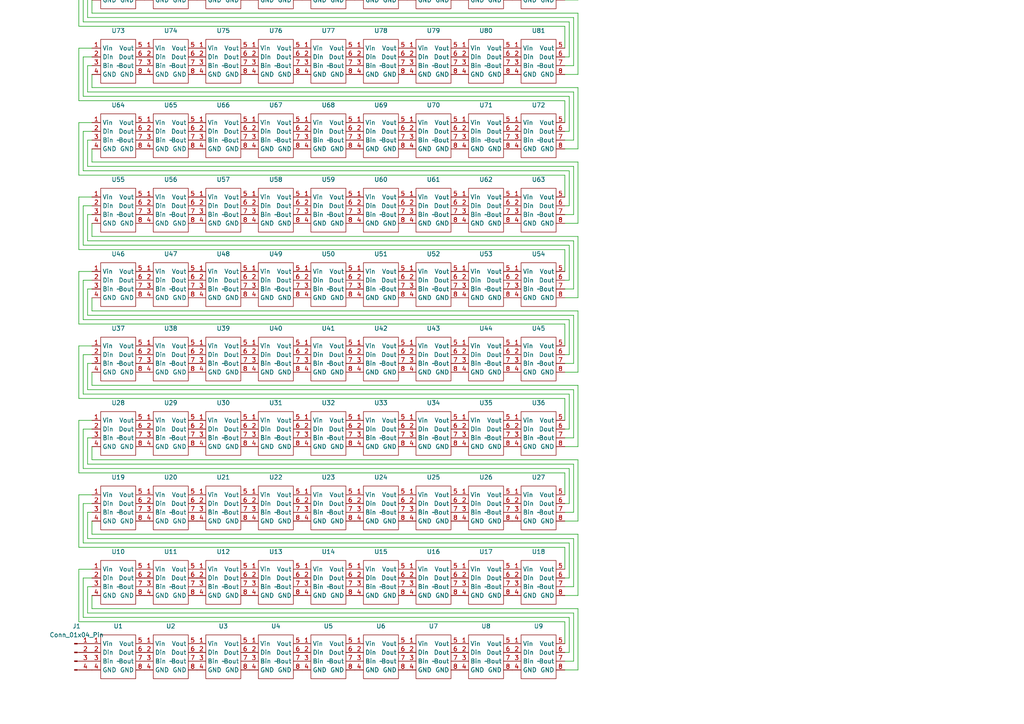
<source format=kicad_sch>
(kicad_sch (version 20230121) (generator eeschema)
  (paper "A4")
  (lib_symbols
    (symbol "Connector:Conn_01x04_Pin" (pin_names (offset 1.016) hide)
      (property "Reference" "J" (at 0 5.08 0))
      (property "Value" "Conn_01x04_Pin" (at 0 -7.62 0))
      (symbol "Conn_01x04_Pin_1_1"
        (polyline (pts (xy 1.27 -5.08) (xy 0.8636 -5.08)) (stroke (width 0.1524)))
        (polyline (pts (xy 1.27 -2.54) (xy 0.8636 -2.54)) (stroke (width 0.1524)))
        (polyline (pts (xy 1.27 0) (xy 0.8636 0)) (stroke (width 0.1524)))
        (polyline (pts (xy 1.27 2.54) (xy 0.8636 2.54)) (stroke (width 0.1524)))
        (rectangle (start 0.8636 -4.953) (end 0 -5.207) (stroke (width 0.1524)) (fill (type outline)))
        (rectangle (start 0.8636 -2.413) (end 0 -2.667) (stroke (width 0.1524)) (fill (type outline)))
        (rectangle (start 0.8636 0.127) (end 0 -0.127) (stroke (width 0.1524)) (fill (type outline)))
        (rectangle (start 0.8636 2.667) (end 0 2.413) (stroke (width 0.1524)) (fill (type outline)))
        (pin passive line (at 5.08 2.54 180) (length 3.81) (name "Pin_1") (number "1"))
        (pin passive line (at 5.08 0 180) (length 3.81) (name "Pin_2") (number "2"))
        (pin passive line (at 5.08 -2.54 180) (length 3.81) (name "Pin_3") (number "3"))
        (pin passive line (at 5.08 -5.08 180) (length 3.81) (name "Pin_4") (number "4"))
      )
    )
    (symbol "WS2185:WS2185"
      (property "Reference" "U" (at 0 7.62 0))
      (symbol "WS2185_0_1"
        (rectangle (start -5.08 6.35) (end 5.08 -6.35))
      )
      (symbol "WS2185_1_1"
        (pin passive line (at -7.62 3.81 0) (length 2.54) (name "Vin") (number "1"))
        (pin passive line (at -7.62 1.27 0) (length 2.54) (name "Din") (number "2"))
        (pin passive line (at -7.62 -1.27 0) (length 2.54) (name "Bin") (number "3"))
        (pin passive line (at -7.62 -3.81 0) (length 2.54) (name "GND") (number "4"))
        (pin passive line (at 7.62 3.81 180) (length 2.54) (name "Vout") (number "5"))
        (pin passive line (at 7.62 1.27 180) (length 2.54) (name "Dout") (number "6"))
        (pin passive line (at 7.62 -1.27 180) (length 2.54) (name "Bout") (number "7"))
        (pin passive line (at 7.62 -3.81 180) (length 2.54) (name "GND") (number "8"))
      )
    )
  )
  (wire (pts (xy 22.86 100.33) (xy 26.67 100.33)))
  (wire (pts (xy 22.86 -72.39) (xy 26.67 -72.39)))
  (wire (pts (xy 26.67 -60.96) (xy 26.67 -64.77)))
  (wire (pts (xy 165.1 92.71) (xy 24.13 92.71)))
  (wire (pts (xy 165.1 6.35) (xy 24.13 6.35)))
  (wire (pts (xy 163.83 170.18) (xy 166.37 170.18)))
  (wire (pts (xy 167.64 -17.78) (xy 26.67 -17.78)))
  (wire (pts (xy 163.83 -57.15) (xy 22.86 -57.15)))
  (wire (pts (xy 163.83 129.54) (xy 167.64 129.54)))
  (wire (pts (xy 163.83 -2.54) (xy 166.37 -2.54)))
  (wire (pts (xy 25.4 -124.46) (xy 25.4 -132.08)))
  (wire (pts (xy 163.83 50.8) (xy 22.86 50.8)))
  (wire (pts (xy 165.1 114.3) (xy 24.13 114.3)))
  (wire (pts (xy 165.1 -5.08) (xy 165.1 -15.24)))
  (wire (pts (xy 166.37 -124.46) (xy 25.4 -124.46)))
  (wire (pts (xy 24.13 59.69) (xy 26.67 59.69)))
  (wire (pts (xy 163.83 -50.8) (xy 163.83 -57.15)))
  (wire (pts (xy 24.13 49.53) (xy 24.13 38.1)))
  (wire (pts (xy 167.64 -39.37) (xy 26.67 -39.37)))
  (wire (pts (xy 163.83 191.77) (xy 166.37 191.77)))
  (wire (pts (xy 166.37 91.44) (xy 25.4 91.44)))
  (wire (pts (xy 163.83 -43.18) (xy 167.64 -43.18)))
  (wire (pts (xy 163.83 43.18) (xy 167.64 43.18)))
  (wire (pts (xy 22.86 -93.98) (xy 26.67 -93.98)))
  (wire (pts (xy 166.37 19.05) (xy 166.37 5.08)))
  (wire (pts (xy 25.4 26.67) (xy 25.4 19.05)))
  (wire (pts (xy 25.4 -132.08) (xy 26.67 -132.08)))
  (wire (pts (xy 165.1 179.07) (xy 24.13 179.07)))
  (wire (pts (xy 24.13 114.3) (xy 24.13 102.87)))
  (wire (pts (xy 163.83 -45.72) (xy 166.37 -45.72)))
  (wire (pts (xy 26.67 133.35) (xy 26.67 129.54)))
  (wire (pts (xy 25.4 105.41) (xy 26.67 105.41)))
  (wire (pts (xy 167.64 129.54) (xy 167.64 111.76)))
  (wire (pts (xy 166.37 -59.69) (xy 25.4 -59.69)))
  (wire (pts (xy 25.4 -67.31) (xy 26.67 -67.31)))
  (wire (pts (xy 165.1 27.94) (xy 24.13 27.94)))
  (wire (pts (xy 25.4 -38.1) (xy 25.4 -45.72)))
  (wire (pts (xy 166.37 62.23) (xy 166.37 48.26)))
  (wire (pts (xy 167.64 176.53) (xy 26.67 176.53)))
  (wire (pts (xy 165.1 146.05) (xy 165.1 135.89)))
  (wire (pts (xy 24.13 -134.62) (xy 26.67 -134.62)))
  (wire (pts (xy 163.83 -64.77) (xy 167.64 -64.77)))
  (wire (pts (xy 167.64 154.94) (xy 26.67 154.94)))
  (wire (pts (xy 167.64 25.4) (xy 26.67 25.4)))
  (wire (pts (xy 163.83 -29.21) (xy 163.83 -35.56)))
  (wire (pts (xy 165.1 16.51) (xy 165.1 6.35)))
  (wire (pts (xy 166.37 113.03) (xy 25.4 113.03)))
  (wire (pts (xy 167.64 -107.95) (xy 167.64 -125.73)))
  (wire (pts (xy 167.64 151.13) (xy 167.64 133.35)))
  (wire (pts (xy 163.83 -86.36) (xy 167.64 -86.36)))
  (wire (pts (xy 22.86 180.34) (xy 22.86 165.1)))
  (wire (pts (xy 22.86 -29.21) (xy 26.67 -29.21)))
  (wire (pts (xy 167.64 90.17) (xy 26.67 90.17)))
  (wire (pts (xy 165.1 189.23) (xy 165.1 179.07)))
  (wire (pts (xy 24.13 -48.26) (xy 26.67 -48.26)))
  (wire (pts (xy 163.83 -88.9) (xy 166.37 -88.9)))
  (wire (pts (xy 166.37 134.62) (xy 25.4 134.62)))
  (wire (pts (xy 22.86 -115.57) (xy 26.67 -115.57)))
  (wire (pts (xy 25.4 91.44) (xy 25.4 83.82)))
  (wire (pts (xy 165.1 157.48) (xy 24.13 157.48)))
  (wire (pts (xy 24.13 -26.67) (xy 26.67 -26.67)))
  (wire (pts (xy 163.83 -121.92) (xy 22.86 -121.92)))
  (wire (pts (xy 165.1 -36.83) (xy 24.13 -36.83)))
  (wire (pts (xy 165.1 102.87) (xy 165.1 92.71)))
  (wire (pts (xy 22.86 -78.74) (xy 22.86 -93.98)))
  (wire (pts (xy 163.83 -93.98) (xy 163.83 -100.33)))
  (wire (pts (xy 26.67 -17.78) (xy 26.67 -21.59)))
  (wire (pts (xy 24.13 -101.6) (xy 24.13 -113.03)))
  (wire (pts (xy 24.13 81.28) (xy 26.67 81.28)))
  (wire (pts (xy 25.4 -24.13) (xy 26.67 -24.13)))
  (wire (pts (xy 163.83 -100.33) (xy 22.86 -100.33)))
  (wire (pts (xy 165.1 124.46) (xy 165.1 114.3)))
  (wire (pts (xy 25.4 170.18) (xy 26.67 170.18)))
  (wire (pts (xy 166.37 5.08) (xy 25.4 5.08)))
  (wire (pts (xy 163.83 -48.26) (xy 165.1 -48.26)))
  (wire (pts (xy 163.83 105.41) (xy 166.37 105.41)))
  (wire (pts (xy 25.4 40.64) (xy 26.67 40.64)))
  (wire (pts (xy 163.83 -5.08) (xy 165.1 -5.08)))
  (wire (pts (xy 163.83 121.92) (xy 163.83 115.57)))
  (wire (pts (xy 163.83 19.05) (xy 166.37 19.05)))
  (wire (pts (xy 167.64 64.77) (xy 167.64 46.99)))
  (wire (pts (xy 165.1 59.69) (xy 165.1 49.53)))
  (wire (pts (xy 163.83 127) (xy 166.37 127)))
  (wire (pts (xy 165.1 -113.03) (xy 165.1 -123.19)))
  (wire (pts (xy 167.64 -82.55) (xy 26.67 -82.55)))
  (wire (pts (xy 166.37 -102.87) (xy 25.4 -102.87)))
  (wire (pts (xy 163.83 143.51) (xy 163.83 137.16)))
  (wire (pts (xy 167.64 -43.18) (xy 167.64 -60.96)))
  (wire (pts (xy 167.64 -86.36) (xy 167.64 -104.14)))
  (wire (pts (xy 166.37 105.41) (xy 166.37 91.44)))
  (wire (pts (xy 163.83 40.64) (xy 166.37 40.64)))
  (wire (pts (xy 163.83 -24.13) (xy 166.37 -24.13)))
  (wire (pts (xy 165.1 -91.44) (xy 165.1 -101.6)))
  (wire (pts (xy 163.83 167.64) (xy 165.1 167.64)))
  (wire (pts (xy 166.37 69.85) (xy 25.4 69.85)))
  (wire (pts (xy 167.64 3.81) (xy 26.67 3.81)))
  (wire (pts (xy 25.4 62.23) (xy 26.67 62.23)))
  (wire (pts (xy 26.67 -104.14) (xy 26.67 -107.95)))
  (wire (pts (xy 163.83 83.82) (xy 166.37 83.82)))
  (wire (pts (xy 22.86 115.57) (xy 22.86 100.33)))
  (wire (pts (xy 165.1 -69.85) (xy 165.1 -80.01)))
  (wire (pts (xy 163.83 -26.67) (xy 165.1 -26.67)))
  (wire (pts (xy 25.4 113.03) (xy 25.4 105.41)))
  (wire (pts (xy 166.37 -67.31) (xy 166.37 -81.28)))
  (wire (pts (xy 165.1 135.89) (xy 24.13 135.89)))
  (wire (pts (xy 24.13 179.07) (xy 24.13 167.64)))
  (wire (pts (xy 26.67 -39.37) (xy 26.67 -43.18)))
  (wire (pts (xy 25.4 69.85) (xy 25.4 62.23)))
  (wire (pts (xy 22.86 -7.62) (xy 26.67 -7.62)))
  (wire (pts (xy 26.67 176.53) (xy 26.67 172.72)))
  (wire (pts (xy 163.83 158.75) (xy 22.86 158.75)))
  (wire (pts (xy 165.1 38.1) (xy 165.1 27.94)))
  (wire (pts (xy 26.67 68.58) (xy 26.67 64.77)))
  (wire (pts (xy 22.86 158.75) (xy 22.86 143.51)))
  (wire (pts (xy 163.83 189.23) (xy 165.1 189.23)))
  (wire (pts (xy 24.13 -36.83) (xy 24.13 -48.26)))
  (wire (pts (xy 22.86 57.15) (xy 26.67 57.15)))
  (wire (pts (xy 24.13 135.89) (xy 24.13 124.46)))
  (wire (pts (xy 22.86 137.16) (xy 22.86 121.92)))
  (wire (pts (xy 24.13 102.87) (xy 26.67 102.87)))
  (wire (pts (xy 25.4 48.26) (xy 25.4 40.64)))
  (wire (pts (xy 163.83 -115.57) (xy 163.83 -121.92)))
  (wire (pts (xy 165.1 -26.67) (xy 165.1 -36.83)))
  (wire (pts (xy 163.83 21.59) (xy 167.64 21.59)))
  (wire (pts (xy 25.4 -88.9) (xy 26.67 -88.9)))
  (wire (pts (xy 163.83 62.23) (xy 166.37 62.23)))
  (wire (pts (xy 24.13 124.46) (xy 26.67 124.46)))
  (wire (pts (xy 167.64 46.99) (xy 26.67 46.99)))
  (wire (pts (xy 166.37 191.77) (xy 166.37 177.8)))
  (wire (pts (xy 163.83 78.74) (xy 163.83 72.39)))
  (wire (pts (xy 22.86 -50.8) (xy 26.67 -50.8)))
  (wire (pts (xy 163.83 -72.39) (xy 163.83 -78.74)))
  (wire (pts (xy 24.13 16.51) (xy 26.67 16.51)))
  (wire (pts (xy 163.83 81.28) (xy 165.1 81.28)))
  (wire (pts (xy 25.4 5.08) (xy 25.4 -2.54)))
  (wire (pts (xy 166.37 177.8) (xy 25.4 177.8)))
  (wire (pts (xy 163.83 107.95) (xy 167.64 107.95)))
  (wire (pts (xy 22.86 29.21) (xy 22.86 13.97)))
  (wire (pts (xy 167.64 43.18) (xy 167.64 25.4)))
  (wire (pts (xy 25.4 134.62) (xy 25.4 127)))
  (wire (pts (xy 22.86 -121.92) (xy 22.86 -137.16)))
  (wire (pts (xy 22.86 72.39) (xy 22.86 57.15)))
  (wire (pts (xy 25.4 156.21) (xy 25.4 148.59)))
  (wire (pts (xy 26.67 154.94) (xy 26.67 151.13)))
  (wire (pts (xy 165.1 71.12) (xy 24.13 71.12)))
  (wire (pts (xy 167.64 86.36) (xy 167.64 68.58)))
  (wire (pts (xy 163.83 72.39) (xy 22.86 72.39)))
  (wire (pts (xy 166.37 156.21) (xy 25.4 156.21)))
  (wire (pts (xy 25.4 127) (xy 26.67 127)))
  (wire (pts (xy 25.4 -45.72) (xy 26.67 -45.72)))
  (wire (pts (xy 24.13 -80.01) (xy 24.13 -91.44)))
  (wire (pts (xy 163.83 102.87) (xy 165.1 102.87)))
  (wire (pts (xy 163.83 186.69) (xy 163.83 180.34)))
  (wire (pts (xy 163.83 16.51) (xy 165.1 16.51)))
  (wire (pts (xy 26.67 90.17) (xy 26.67 86.36)))
  (wire (pts (xy 167.64 -64.77) (xy 167.64 -82.55)))
  (wire (pts (xy 24.13 -5.08) (xy 26.67 -5.08)))
  (wire (pts (xy 166.37 170.18) (xy 166.37 156.21)))
  (wire (pts (xy 166.37 -38.1) (xy 25.4 -38.1)))
  (wire (pts (xy 163.83 -35.56) (xy 22.86 -35.56)))
  (wire (pts (xy 166.37 40.64) (xy 166.37 26.67)))
  (wire (pts (xy 24.13 -113.03) (xy 26.67 -113.03)))
  (wire (pts (xy 24.13 157.48) (xy 24.13 146.05)))
  (wire (pts (xy 167.64 -21.59) (xy 167.64 -39.37)))
  (wire (pts (xy 166.37 -81.28) (xy 25.4 -81.28)))
  (wire (pts (xy 163.83 35.56) (xy 163.83 29.21)))
  (wire (pts (xy 22.86 7.62) (xy 22.86 -7.62)))
  (wire (pts (xy 163.83 93.98) (xy 22.86 93.98)))
  (wire (pts (xy 165.1 -58.42) (xy 24.13 -58.42)))
  (wire (pts (xy 25.4 83.82) (xy 26.67 83.82)))
  (wire (pts (xy 163.83 180.34) (xy 22.86 180.34)))
  (wire (pts (xy 167.64 21.59) (xy 167.64 3.81)))
  (wire (pts (xy 166.37 48.26) (xy 25.4 48.26)))
  (wire (pts (xy 163.83 137.16) (xy 22.86 137.16)))
  (wire (pts (xy 24.13 38.1) (xy 26.67 38.1)))
  (wire (pts (xy 165.1 -15.24) (xy 24.13 -15.24)))
  (wire (pts (xy 25.4 -59.69) (xy 25.4 -67.31)))
  (wire (pts (xy 163.83 -78.74) (xy 22.86 -78.74)))
  (wire (pts (xy 165.1 49.53) (xy 24.13 49.53)))
  (wire (pts (xy 163.83 124.46) (xy 165.1 124.46)))
  (wire (pts (xy 26.67 46.99) (xy 26.67 43.18)))
  (wire (pts (xy 22.86 -35.56) (xy 22.86 -50.8)))
  (wire (pts (xy 22.86 35.56) (xy 26.67 35.56)))
  (wire (pts (xy 163.83 194.31) (xy 167.64 194.31)))
  (wire (pts (xy 167.64 -60.96) (xy 26.67 -60.96)))
  (wire (pts (xy 22.86 50.8) (xy 22.86 35.56)))
  (wire (pts (xy 163.83 59.69) (xy 165.1 59.69)))
  (wire (pts (xy 166.37 26.67) (xy 25.4 26.67)))
  (wire (pts (xy 167.64 0) (xy 167.64 -17.78)))
  (wire (pts (xy 165.1 -123.19) (xy 24.13 -123.19)))
  (wire (pts (xy 167.64 -104.14) (xy 26.67 -104.14)))
  (wire (pts (xy 25.4 148.59) (xy 26.67 148.59)))
  (wire (pts (xy 24.13 167.64) (xy 26.67 167.64)))
  (wire (pts (xy 163.83 -21.59) (xy 167.64 -21.59)))
  (wire (pts (xy 24.13 -58.42) (xy 24.13 -69.85)))
  (wire (pts (xy 22.86 143.51) (xy 26.67 143.51)))
  (wire (pts (xy 163.83 148.59) (xy 166.37 148.59)))
  (wire (pts (xy 25.4 177.8) (xy 25.4 170.18)))
  (wire (pts (xy 22.86 -137.16) (xy 26.67 -137.16)))
  (wire (pts (xy 165.1 -101.6) (xy 24.13 -101.6)))
  (wire (pts (xy 167.64 68.58) (xy 26.67 68.58)))
  (wire (pts (xy 163.83 165.1) (xy 163.83 158.75)))
  (wire (pts (xy 166.37 -88.9) (xy 166.37 -102.87)))
  (wire (pts (xy 22.86 -57.15) (xy 22.86 -72.39)))
  (wire (pts (xy 166.37 127) (xy 166.37 113.03)))
  (wire (pts (xy 163.83 100.33) (xy 163.83 93.98)))
  (wire (pts (xy 163.83 38.1) (xy 165.1 38.1)))
  (wire (pts (xy 167.64 133.35) (xy 26.67 133.35)))
  (wire (pts (xy 22.86 13.97) (xy 26.67 13.97)))
  (wire (pts (xy 22.86 121.92) (xy 26.67 121.92)))
  (wire (pts (xy 163.83 13.97) (xy 163.83 7.62)))
  (wire (pts (xy 167.64 -125.73) (xy 26.67 -125.73)))
  (wire (pts (xy 25.4 -102.87) (xy 25.4 -110.49)))
  (wire (pts (xy 24.13 -91.44) (xy 26.67 -91.44)))
  (wire (pts (xy 167.64 194.31) (xy 167.64 176.53)))
  (wire (pts (xy 22.86 -100.33) (xy 22.86 -115.57)))
  (wire (pts (xy 163.83 146.05) (xy 165.1 146.05)))
  (wire (pts (xy 26.67 -82.55) (xy 26.67 -86.36)))
  (wire (pts (xy 26.67 3.81) (xy 26.67 0)))
  (wire (pts (xy 163.83 -107.95) (xy 167.64 -107.95)))
  (wire (pts (xy 166.37 -110.49) (xy 166.37 -124.46)))
  (wire (pts (xy 163.83 -110.49) (xy 166.37 -110.49)))
  (wire (pts (xy 26.67 -125.73) (xy 26.67 -129.54)))
  (wire (pts (xy 167.64 107.95) (xy 167.64 90.17)))
  (wire (pts (xy 163.83 -67.31) (xy 166.37 -67.31)))
  (wire (pts (xy 165.1 -48.26) (xy 165.1 -58.42)))
  (wire (pts (xy 163.83 -7.62) (xy 163.83 -13.97)))
  (wire (pts (xy 163.83 -91.44) (xy 165.1 -91.44)))
  (wire (pts (xy 167.64 172.72) (xy 167.64 154.94)))
  (wire (pts (xy 165.1 -80.01) (xy 24.13 -80.01)))
  (wire (pts (xy 25.4 -16.51) (xy 25.4 -24.13)))
  (wire (pts (xy 166.37 -45.72) (xy 166.37 -59.69)))
  (wire (pts (xy 165.1 167.64) (xy 165.1 157.48)))
  (wire (pts (xy 25.4 -81.28) (xy 25.4 -88.9)))
  (wire (pts (xy 25.4 19.05) (xy 26.67 19.05)))
  (wire (pts (xy 163.83 172.72) (xy 167.64 172.72)))
  (wire (pts (xy 25.4 -110.49) (xy 26.67 -110.49)))
  (wire (pts (xy 163.83 151.13) (xy 167.64 151.13)))
  (wire (pts (xy 22.86 165.1) (xy 26.67 165.1)))
  (wire (pts (xy 24.13 6.35) (xy 24.13 -5.08)))
  (wire (pts (xy 166.37 -24.13) (xy 166.37 -38.1)))
  (wire (pts (xy 22.86 78.74) (xy 26.67 78.74)))
  (wire (pts (xy 163.83 -13.97) (xy 22.86 -13.97)))
  (wire (pts (xy 163.83 29.21) (xy 22.86 29.21)))
  (wire (pts (xy 24.13 92.71) (xy 24.13 81.28)))
  (wire (pts (xy 166.37 -2.54) (xy 166.37 -16.51)))
  (wire (pts (xy 24.13 -69.85) (xy 26.67 -69.85)))
  (wire (pts (xy 24.13 -123.19) (xy 24.13 -134.62)))
  (wire (pts (xy 166.37 148.59) (xy 166.37 134.62)))
  (wire (pts (xy 22.86 -13.97) (xy 22.86 -29.21)))
  (wire (pts (xy 25.4 -2.54) (xy 26.67 -2.54)))
  (wire (pts (xy 165.1 81.28) (xy 165.1 71.12)))
  (wire (pts (xy 166.37 83.82) (xy 166.37 69.85)))
  (wire (pts (xy 163.83 86.36) (xy 167.64 86.36)))
  (wire (pts (xy 163.83 115.57) (xy 22.86 115.57)))
  (wire (pts (xy 163.83 57.15) (xy 163.83 50.8)))
  (wire (pts (xy 167.64 111.76) (xy 26.67 111.76)))
  (wire (pts (xy 163.83 64.77) (xy 167.64 64.77)))
  (wire (pts (xy 163.83 7.62) (xy 22.86 7.62)))
  (wire (pts (xy 24.13 -15.24) (xy 24.13 -26.67)))
  (wire (pts (xy 24.13 71.12) (xy 24.13 59.69)))
  (wire (pts (xy 24.13 146.05) (xy 26.67 146.05)))
  (wire (pts (xy 26.67 111.76) (xy 26.67 107.95)))
  (wire (pts (xy 24.13 27.94) (xy 24.13 16.51)))
  (wire (pts (xy 166.37 -16.51) (xy 25.4 -16.51)))
  (wire (pts (xy 163.83 -69.85) (xy 165.1 -69.85)))
  (wire (pts (xy 163.83 0) (xy 167.64 0)))
  (wire (pts (xy 163.83 -113.03) (xy 165.1 -113.03)))
  (wire (pts (xy 26.67 25.4) (xy 26.67 21.59)))
  (wire (pts (xy 22.86 93.98) (xy 22.86 78.74)))
  (symbol (lib_id "WS2185:WS2185") (at 64.77 104.14 0) (unit 1)
    (property "Reference" "U39" (at 64.77 95.25 0))
    (property "Value" "~" (at 64.77 105.41 0))
    (property "Footprint" "Arduino:WS2185" (effects hide))
  )
  (symbol (lib_id "WS2185:WS2185") (at 64.77 168.91 0) (unit 1)
    (property "Reference" "U12" (at 64.77 160.02 0))
    (property "Value" "~" (at 64.77 170.18 0))
    (property "Footprint" "Arduino:WS2185" (effects hide))
  )
  (symbol (lib_id "WS2185:WS2185") (at 49.53 -90.17 0) (unit 1)
    (property "Reference" "U119" (at 49.53 -99.06 0))
    (property "Value" "~" (at 49.53 -88.9 0))
    (property "Footprint" "Arduino:WS2185" (effects hide))
  )
  (symbol (lib_id "WS2185:WS2185") (at 34.29 -133.35 0) (unit 1)
    (property "Reference" "U136" (at 34.29 -142.24 0))
    (property "Value" "~" (at 34.29 -132.08 0))
    (property "Footprint" "Arduino:WS2185" (effects hide))
  )
  (symbol (lib_id "WS2185:WS2185") (at 64.77 -111.76 0) (unit 1)
    (property "Reference" "U129" (at 64.77 -120.65 0))
    (property "Value" "~" (at 64.77 -110.49 0))
    (property "Footprint" "Arduino:WS2185" (effects hide))
  )
  (symbol (lib_id "WS2185:WS2185") (at 156.21 -68.58 0) (unit 1)
    (property "Reference" "U117" (at 156.21 -77.47 0))
    (property "Value" "~" (at 156.21 -67.31 0))
    (property "Footprint" "Arduino:WS2185" (effects hide))
  )
  (symbol (lib_id "WS2185:WS2185") (at 34.29 104.14 0) (unit 1)
    (property "Reference" "U37" (at 34.29 95.25 0))
    (property "Value" "~" (at 34.29 105.41 0))
    (property "Footprint" "Arduino:WS2185" (effects hide))
  )
  (symbol (lib_id "WS2185:WS2185") (at 140.97 -111.76 0) (unit 1)
    (property "Reference" "U134" (at 140.97 -120.65 0))
    (property "Value" "~" (at 140.97 -110.49 0))
    (property "Footprint" "Arduino:WS2185" (effects hide))
  )
  (symbol (lib_id "WS2185:WS2185") (at 125.73 82.55 0) (unit 1)
    (property "Reference" "U52" (at 125.73 73.66 0))
    (property "Value" "~" (at 125.73 83.82 0))
    (property "Footprint" "Arduino:WS2185" (effects hide))
  )
  (symbol (lib_id "WS2185:WS2185") (at 64.77 17.78 0) (unit 1)
    (property "Reference" "U75" (at 64.77 8.89 0))
    (property "Value" "~" (at 64.77 19.05 0))
    (property "Footprint" "Arduino:WS2185" (effects hide))
  )
  (symbol (lib_id "WS2185:WS2185") (at 64.77 39.37 0) (unit 1)
    (property "Reference" "U66" (at 64.77 30.48 0))
    (property "Value" "~" (at 64.77 40.64 0))
    (property "Footprint" "Arduino:WS2185" (effects hide))
  )
  (symbol (lib_id "WS2185:WS2185") (at 125.73 39.37 0) (unit 1)
    (property "Reference" "U70" (at 125.73 30.48 0))
    (property "Value" "~" (at 125.73 40.64 0))
    (property "Footprint" "Arduino:WS2185" (effects hide))
  )
  (symbol (lib_id "WS2185:WS2185") (at 156.21 168.91 0) (unit 1)
    (property "Reference" "U18" (at 156.21 160.02 0))
    (property "Value" "~" (at 156.21 170.18 0))
    (property "Footprint" "Arduino:WS2185" (effects hide))
  )
  (symbol (lib_id "WS2185:WS2185") (at 110.49 -3.81 0) (unit 1)
    (property "Reference" "U87" (at 110.49 -12.7 0))
    (property "Value" "~" (at 110.49 -2.54 0))
    (property "Footprint" "Arduino:WS2185" (effects hide))
  )
  (symbol (lib_id "WS2185:WS2185") (at 80.01 -90.17 0) (unit 1)
    (property "Reference" "U121" (at 80.01 -99.06 0))
    (property "Value" "~" (at 80.01 -88.9 0))
    (property "Footprint" "Arduino:WS2185" (effects hide))
  )
  (symbol (lib_id "WS2185:WS2185") (at 95.25 190.5 0) (unit 1)
    (property "Reference" "U5" (at 95.25 181.61 0))
    (property "Value" "~" (at 95.25 191.77 0))
    (property "Footprint" "Arduino:WS2185" (effects hide))
  )
  (symbol (lib_id "WS2185:WS2185") (at 34.29 -25.4 0) (unit 1)
    (property "Reference" "U91" (at 34.29 -34.29 0))
    (property "Value" "~" (at 34.29 -24.13 0))
    (property "Footprint" "Arduino:WS2185" (effects hide))
  )
  (symbol (lib_id "WS2185:WS2185") (at 80.01 -111.76 0) (unit 1)
    (property "Reference" "U130" (at 80.01 -120.65 0))
    (property "Value" "~" (at 80.01 -110.49 0))
    (property "Footprint" "Arduino:WS2185" (effects hide))
  )
  (symbol (lib_id "WS2185:WS2185") (at 125.73 -111.76 0) (unit 1)
    (property "Reference" "U133" (at 125.73 -120.65 0))
    (property "Value" "~" (at 125.73 -110.49 0))
    (property "Footprint" "Arduino:WS2185" (effects hide))
  )
  (symbol (lib_id "WS2185:WS2185") (at 34.29 -3.81 0) (unit 1)
    (property "Reference" "U82" (at 34.29 -12.7 0))
    (property "Value" "~" (at 34.29 -2.54 0))
    (property "Footprint" "Arduino:WS2185" (effects hide))
  )
  (symbol (lib_id "WS2185:WS2185") (at 140.97 60.96 0) (unit 1)
    (property "Reference" "U62" (at 140.97 52.07 0))
    (property "Value" "~" (at 140.97 62.23 0))
    (property "Footprint" "Arduino:WS2185" (effects hide))
  )
  (symbol (lib_id "WS2185:WS2185") (at 110.49 -25.4 0) (unit 1)
    (property "Reference" "U96" (at 110.49 -34.29 0))
    (property "Value" "~" (at 110.49 -24.13 0))
    (property "Footprint" "Arduino:WS2185" (effects hide))
  )
  (symbol (lib_id "WS2185:WS2185") (at 64.77 60.96 0) (unit 1)
    (property "Reference" "U57" (at 64.77 52.07 0))
    (property "Value" "~" (at 64.77 62.23 0))
    (property "Footprint" "Arduino:WS2185" (effects hide))
  )
  (symbol (lib_id "WS2185:WS2185") (at 34.29 -90.17 0) (unit 1)
    (property "Reference" "U118" (at 34.29 -99.06 0))
    (property "Value" "~" (at 34.29 -88.9 0))
    (property "Footprint" "Arduino:WS2185" (effects hide))
  )
  (symbol (lib_id "WS2185:WS2185") (at 110.49 -111.76 0) (unit 1)
    (property "Reference" "U132" (at 110.49 -120.65 0))
    (property "Value" "~" (at 110.49 -110.49 0))
    (property "Footprint" "Arduino:WS2185" (effects hide))
  )
  (symbol (lib_id "WS2185:WS2185") (at 49.53 82.55 0) (unit 1)
    (property "Reference" "U47" (at 49.53 73.66 0))
    (property "Value" "~" (at 49.53 83.82 0))
    (property "Footprint" "Arduino:WS2185" (effects hide))
  )
  (symbol (lib_id "WS2185:WS2185") (at 110.49 125.73 0) (unit 1)
    (property "Reference" "U33" (at 110.49 116.84 0))
    (property "Value" "~" (at 110.49 127 0))
    (property "Footprint" "Arduino:WS2185" (effects hide))
  )
  (symbol (lib_id "WS2185:WS2185") (at 64.77 -68.58 0) (unit 1)
    (property "Reference" "U111" (at 64.77 -77.47 0))
    (property "Value" "~" (at 64.77 -67.31 0))
    (property "Footprint" "Arduino:WS2185" (effects hide))
  )
  (symbol (lib_id "WS2185:WS2185") (at 156.21 -133.35 0) (unit 1)
    (property "Reference" "U144" (at 156.21 -142.24 0))
    (property "Value" "~" (at 156.21 -132.08 0))
    (property "Footprint" "Arduino:WS2185" (effects hide))
  )
  (symbol (lib_id "WS2185:WS2185") (at 64.77 -133.35 0) (unit 1)
    (property "Reference" "U138" (at 64.77 -142.24 0))
    (property "Value" "~" (at 64.77 -132.08 0))
    (property "Footprint" "Arduino:WS2185" (effects hide))
  )
  (symbol (lib_id "WS2185:WS2185") (at 34.29 17.78 0) (unit 1)
    (property "Reference" "U73" (at 34.29 8.89 0))
    (property "Value" "~" (at 34.29 19.05 0))
    (property "Footprint" "Arduino:WS2185" (effects hide))
  )
  (symbol (lib_id "WS2185:WS2185") (at 125.73 168.91 0) (unit 1)
    (property "Reference" "U16" (at 125.73 160.02 0))
    (property "Value" "~" (at 125.73 170.18 0))
    (property "Footprint" "Arduino:WS2185" (effects hide))
  )
  (symbol (lib_id "WS2185:WS2185") (at 140.97 -25.4 0) (unit 1)
    (property "Reference" "U98" (at 140.97 -34.29 0))
    (property "Value" "~" (at 140.97 -24.13 0))
    (property "Footprint" "Arduino:WS2185" (effects hide))
  )
  (symbol (lib_id "WS2185:WS2185") (at 49.53 -68.58 0) (unit 1)
    (property "Reference" "U110" (at 49.53 -77.47 0))
    (property "Value" "~" (at 49.53 -67.31 0))
    (property "Footprint" "Arduino:WS2185" (effects hide))
  )
  (symbol (lib_id "WS2185:WS2185") (at 49.53 -46.99 0) (unit 1)
    (property "Reference" "U101" (at 49.53 -55.88 0))
    (property "Value" "~" (at 49.53 -45.72 0))
    (property "Footprint" "Arduino:WS2185" (effects hide))
  )
  (symbol (lib_id "WS2185:WS2185") (at 34.29 168.91 0) (unit 1)
    (property "Reference" "U10" (at 34.29 160.02 0))
    (property "Value" "~" (at 34.29 170.18 0))
    (property "Footprint" "Arduino:WS2185" (effects hide))
  )
  (symbol (lib_id "WS2185:WS2185") (at 140.97 168.91 0) (unit 1)
    (property "Reference" "U17" (at 140.97 160.02 0))
    (property "Value" "~" (at 140.97 170.18 0))
    (property "Footprint" "Arduino:WS2185" (effects hide))
  )
  (symbol (lib_id "WS2185:WS2185") (at 64.77 82.55 0) (unit 1)
    (property "Reference" "U48" (at 64.77 73.66 0))
    (property "Value" "~" (at 64.77 83.82 0))
    (property "Footprint" "Arduino:WS2185" (effects hide))
  )
  (symbol (lib_id "WS2185:WS2185") (at 95.25 147.32 0) (unit 1)
    (property "Reference" "U23" (at 95.25 138.43 0))
    (property "Value" "~" (at 95.25 148.59 0))
    (property "Footprint" "Arduino:WS2185" (effects hide))
  )
  (symbol (lib_id "WS2185:WS2185") (at 125.73 -90.17 0) (unit 1)
    (property "Reference" "U124" (at 125.73 -99.06 0))
    (property "Value" "~" (at 125.73 -88.9 0))
    (property "Footprint" "Arduino:WS2185" (effects hide))
  )
  (symbol (lib_id "WS2185:WS2185") (at 125.73 147.32 0) (unit 1)
    (property "Reference" "U25" (at 125.73 138.43 0))
    (property "Value" "~" (at 125.73 148.59 0))
    (property "Footprint" "Arduino:WS2185" (effects hide))
  )
  (symbol (lib_id "Connector:Conn_01x04_Pin") (at 21.59 189.23 0) (unit 1)
    (property "Reference" "J1" (at 22.225 181.61 0))
    (property "Value" "Conn_01x04_Pin" (at 22.225 184.15 0))
    (property "Footprint" "Arduino:LED_connector" (effects hide))
  )
  (symbol (lib_id "WS2185:WS2185") (at 110.49 17.78 0) (unit 1)
    (property "Reference" "U78" (at 110.49 8.89 0))
    (property "Value" "~" (at 110.49 19.05 0))
    (property "Footprint" "Arduino:WS2185" (effects hide))
  )
  (symbol (lib_id "WS2185:WS2185") (at 80.01 104.14 0) (unit 1)
    (property "Reference" "U40" (at 80.01 95.25 0))
    (property "Value" "~" (at 80.01 105.41 0))
    (property "Footprint" "Arduino:WS2185" (effects hide))
  )
  (symbol (lib_id "WS2185:WS2185") (at 95.25 82.55 0) (unit 1)
    (property "Reference" "U50" (at 95.25 73.66 0))
    (property "Value" "~" (at 95.25 83.82 0))
    (property "Footprint" "Arduino:WS2185" (effects hide))
  )
  (symbol (lib_id "WS2185:WS2185") (at 34.29 82.55 0) (unit 1)
    (property "Reference" "U46" (at 34.29 73.66 0))
    (property "Value" "~" (at 34.29 83.82 0))
    (property "Footprint" "Arduino:WS2185" (effects hide))
  )
  (symbol (lib_id "WS2185:WS2185") (at 156.21 190.5 0) (unit 1)
    (property "Reference" "U9" (at 156.21 181.61 0))
    (property "Value" "~" (at 156.21 191.77 0))
    (property "Footprint" "Arduino:WS2185" (effects hide))
  )
  (symbol (lib_id "WS2185:WS2185") (at 49.53 168.91 0) (unit 1)
    (property "Reference" "U11" (at 49.53 160.02 0))
    (property "Value" "~" (at 49.53 170.18 0))
    (property "Footprint" "Arduino:WS2185" (effects hide))
  )
  (symbol (lib_id "WS2185:WS2185") (at 34.29 190.5 0) (unit 1)
    (property "Reference" "U1" (at 34.29 181.61 0))
    (property "Value" "~" (at 34.29 191.77 0))
    (property "Footprint" "Arduino:WS2185" (effects hide))
  )
  (symbol (lib_id "WS2185:WS2185") (at 34.29 60.96 0) (unit 1)
    (property "Reference" "U55" (at 34.29 52.07 0))
    (property "Value" "~" (at 34.29 62.23 0))
    (property "Footprint" "Arduino:WS2185" (effects hide))
  )
  (symbol (lib_id "WS2185:WS2185") (at 125.73 104.14 0) (unit 1)
    (property "Reference" "U43" (at 125.73 95.25 0))
    (property "Value" "~" (at 125.73 105.41 0))
    (property "Footprint" "Arduino:WS2185" (effects hide))
  )
  (symbol (lib_id "WS2185:WS2185") (at 110.49 39.37 0) (unit 1)
    (property "Reference" "U69" (at 110.49 30.48 0))
    (property "Value" "~" (at 110.49 40.64 0))
    (property "Footprint" "Arduino:WS2185" (effects hide))
  )
  (symbol (lib_id "WS2185:WS2185") (at 95.25 60.96 0) (unit 1)
    (property "Reference" "U59" (at 95.25 52.07 0))
    (property "Value" "~" (at 95.25 62.23 0))
    (property "Footprint" "Arduino:WS2185" (effects hide))
  )
  (symbol (lib_id "WS2185:WS2185") (at 95.25 125.73 0) (unit 1)
    (property "Reference" "U32" (at 95.25 116.84 0))
    (property "Value" "~" (at 95.25 127 0))
    (property "Footprint" "Arduino:WS2185" (effects hide))
  )
  (symbol (lib_id "WS2185:WS2185") (at 140.97 125.73 0) (unit 1)
    (property "Reference" "U35" (at 140.97 116.84 0))
    (property "Value" "~" (at 140.97 127 0))
    (property "Footprint" "Arduino:WS2185" (effects hide))
  )
  (symbol (lib_id "WS2185:WS2185") (at 34.29 125.73 0) (unit 1)
    (property "Reference" "U28" (at 34.29 116.84 0))
    (property "Value" "~" (at 34.29 127 0))
    (property "Footprint" "Arduino:WS2185" (effects hide))
  )
  (symbol (lib_id "WS2185:WS2185") (at 156.21 82.55 0) (unit 1)
    (property "Reference" "U54" (at 156.21 73.66 0))
    (property "Value" "~" (at 156.21 83.82 0))
    (property "Footprint" "Arduino:WS2185" (effects hide))
  )
  (symbol (lib_id "WS2185:WS2185") (at 140.97 190.5 0) (unit 1)
    (property "Reference" "U8" (at 140.97 181.61 0))
    (property "Value" "~" (at 140.97 191.77 0))
    (property "Footprint" "Arduino:WS2185" (effects hide))
  )
  (symbol (lib_id "WS2185:WS2185") (at 95.25 -68.58 0) (unit 1)
    (property "Reference" "U113" (at 95.25 -77.47 0))
    (property "Value" "~" (at 95.25 -67.31 0))
    (property "Footprint" "Arduino:WS2185" (effects hide))
  )
  (symbol (lib_id "WS2185:WS2185") (at 49.53 -3.81 0) (unit 1)
    (property "Reference" "U83" (at 49.53 -12.7 0))
    (property "Value" "~" (at 49.53 -2.54 0))
    (property "Footprint" "Arduino:WS2185" (effects hide))
  )
  (symbol (lib_id "WS2185:WS2185") (at 80.01 168.91 0) (unit 1)
    (property "Reference" "U13" (at 80.01 160.02 0))
    (property "Value" "~" (at 80.01 170.18 0))
    (property "Footprint" "Arduino:WS2185" (effects hide))
  )
  (symbol (lib_id "WS2185:WS2185") (at 95.25 -133.35 0) (unit 1)
    (property "Reference" "U140" (at 95.25 -142.24 0))
    (property "Value" "~" (at 95.25 -132.08 0))
    (property "Footprint" "Arduino:WS2185" (effects hide))
  )
  (symbol (lib_id "WS2185:WS2185") (at 156.21 39.37 0) (unit 1)
    (property "Reference" "U72" (at 156.21 30.48 0))
    (property "Value" "~" (at 156.21 40.64 0))
    (property "Footprint" "Arduino:WS2185" (effects hide))
  )
  (symbol (lib_id "WS2185:WS2185") (at 156.21 -25.4 0) (unit 1)
    (property "Reference" "U99" (at 156.21 -34.29 0))
    (property "Value" "~" (at 156.21 -24.13 0))
    (property "Footprint" "Arduino:WS2185" (effects hide))
  )
  (symbol (lib_id "WS2185:WS2185") (at 95.25 39.37 0) (unit 1)
    (property "Reference" "U68" (at 95.25 30.48 0))
    (property "Value" "~" (at 95.25 40.64 0))
    (property "Footprint" "Arduino:WS2185" (effects hide))
  )
  (symbol (lib_id "WS2185:WS2185") (at 110.49 147.32 0) (unit 1)
    (property "Reference" "U24" (at 110.49 138.43 0))
    (property "Value" "~" (at 110.49 148.59 0))
    (property "Footprint" "Arduino:WS2185" (effects hide))
  )
  (symbol (lib_id "WS2185:WS2185") (at 49.53 -133.35 0) (unit 1)
    (property "Reference" "U137" (at 49.53 -142.24 0))
    (property "Value" "~" (at 49.53 -132.08 0))
    (property "Footprint" "Arduino:WS2185" (effects hide))
  )
  (symbol (lib_id "WS2185:WS2185") (at 49.53 125.73 0) (unit 1)
    (property "Reference" "U29" (at 49.53 116.84 0))
    (property "Value" "~" (at 49.53 127 0))
    (property "Footprint" "Arduino:WS2185" (effects hide))
  )
  (symbol (lib_id "WS2185:WS2185") (at 80.01 190.5 0) (unit 1)
    (property "Reference" "U4" (at 80.01 181.61 0))
    (property "Value" "~" (at 80.01 191.77 0))
    (property "Footprint" "Arduino:WS2185" (effects hide))
  )
  (symbol (lib_id "WS2185:WS2185") (at 156.21 -46.99 0) (unit 1)
    (property "Reference" "U108" (at 156.21 -55.88 0))
    (property "Value" "~" (at 156.21 -45.72 0))
    (property "Footprint" "Arduino:WS2185" (effects hide))
  )
  (symbol (lib_id "WS2185:WS2185") (at 49.53 104.14 0) (unit 1)
    (property "Reference" "U38" (at 49.53 95.25 0))
    (property "Value" "~" (at 49.53 105.41 0))
    (property "Footprint" "Arduino:WS2185" (effects hide))
  )
  (symbol (lib_id "WS2185:WS2185") (at 64.77 -46.99 0) (unit 1)
    (property "Reference" "U102" (at 64.77 -55.88 0))
    (property "Value" "~" (at 64.77 -45.72 0))
    (property "Footprint" "Arduino:WS2185" (effects hide))
  )
  (symbol (lib_id "WS2185:WS2185") (at 95.25 -111.76 0) (unit 1)
    (property "Reference" "U131" (at 95.25 -120.65 0))
    (property "Value" "~" (at 95.25 -110.49 0))
    (property "Footprint" "Arduino:WS2185" (effects hide))
  )
  (symbol (lib_id "WS2185:WS2185") (at 95.25 -46.99 0) (unit 1)
    (property "Reference" "U104" (at 95.25 -55.88 0))
    (property "Value" "~" (at 95.25 -45.72 0))
    (property "Footprint" "Arduino:WS2185" (effects hide))
  )
  (symbol (lib_id "WS2185:WS2185") (at 49.53 -25.4 0) (unit 1)
    (property "Reference" "U92" (at 49.53 -34.29 0))
    (property "Value" "~" (at 49.53 -24.13 0))
    (property "Footprint" "Arduino:WS2185" (effects hide))
  )
  (symbol (lib_id "WS2185:WS2185") (at 140.97 104.14 0) (unit 1)
    (property "Reference" "U44" (at 140.97 95.25 0))
    (property "Value" "~" (at 140.97 105.41 0))
    (property "Footprint" "Arduino:WS2185" (effects hide))
  )
  (symbol (lib_id "WS2185:WS2185") (at 125.73 17.78 0) (unit 1)
    (property "Reference" "U79" (at 125.73 8.89 0))
    (property "Value" "~" (at 125.73 19.05 0))
    (property "Footprint" "Arduino:WS2185" (effects hide))
  )
  (symbol (lib_id "WS2185:WS2185") (at 125.73 125.73 0) (unit 1)
    (property "Reference" "U34" (at 125.73 116.84 0))
    (property "Value" "~" (at 125.73 127 0))
    (property "Footprint" "Arduino:WS2185" (effects hide))
  )
  (symbol (lib_id "WS2185:WS2185") (at 140.97 -90.17 0) (unit 1)
    (property "Reference" "U125" (at 140.97 -99.06 0))
    (property "Value" "~" (at 140.97 -88.9 0))
    (property "Footprint" "Arduino:WS2185" (effects hide))
  )
  (symbol (lib_id "WS2185:WS2185") (at 110.49 -68.58 0) (unit 1)
    (property "Reference" "U114" (at 110.49 -77.47 0))
    (property "Value" "~" (at 110.49 -67.31 0))
    (property "Footprint" "Arduino:WS2185" (effects hide))
  )
  (symbol (lib_id "WS2185:WS2185") (at 95.25 -3.81 0) (unit 1)
    (property "Reference" "U86" (at 95.25 -12.7 0))
    (property "Value" "~" (at 95.25 -2.54 0))
    (property "Footprint" "Arduino:WS2185" (effects hide))
  )
  (symbol (lib_id "WS2185:WS2185") (at 80.01 -133.35 0) (unit 1)
    (property "Reference" "U139" (at 80.01 -142.24 0))
    (property "Value" "~" (at 80.01 -132.08 0))
    (property "Footprint" "Arduino:WS2185" (effects hide))
  )
  (symbol (lib_id "WS2185:WS2185") (at 140.97 -133.35 0) (unit 1)
    (property "Reference" "U143" (at 140.97 -142.24 0))
    (property "Value" "~" (at 140.97 -132.08 0))
    (property "Footprint" "Arduino:WS2185" (effects hide))
  )
  (symbol (lib_id "WS2185:WS2185") (at 140.97 17.78 0) (unit 1)
    (property "Reference" "U80" (at 140.97 8.89 0))
    (property "Value" "~" (at 140.97 19.05 0))
    (property "Footprint" "Arduino:WS2185" (effects hide))
  )
  (symbol (lib_id "WS2185:WS2185") (at 95.25 104.14 0) (unit 1)
    (property "Reference" "U41" (at 95.25 95.25 0))
    (property "Value" "~" (at 95.25 105.41 0))
    (property "Footprint" "Arduino:WS2185" (effects hide))
  )
  (symbol (lib_id "WS2185:WS2185") (at 156.21 104.14 0) (unit 1)
    (property "Reference" "U45" (at 156.21 95.25 0))
    (property "Value" "~" (at 156.21 105.41 0))
    (property "Footprint" "Arduino:WS2185" (effects hide))
  )
  (symbol (lib_id "WS2185:WS2185") (at 34.29 -68.58 0) (unit 1)
    (property "Reference" "U109" (at 34.29 -77.47 0))
    (property "Value" "~" (at 34.29 -67.31 0))
    (property "Footprint" "Arduino:WS2185" (effects hide))
  )
  (symbol (lib_id "WS2185:WS2185") (at 49.53 17.78 0) (unit 1)
    (property "Reference" "U74" (at 49.53 8.89 0))
    (property "Value" "~" (at 49.53 19.05 0))
    (property "Footprint" "Arduino:WS2185" (effects hide))
  )
  (symbol (lib_id "WS2185:WS2185") (at 80.01 39.37 0) (unit 1)
    (property "Reference" "U67" (at 80.01 30.48 0))
    (property "Value" "~" (at 80.01 40.64 0))
    (property "Footprint" "Arduino:WS2185" (effects hide))
  )
  (symbol (lib_id "WS2185:WS2185") (at 95.25 -25.4 0) (unit 1)
    (property "Reference" "U95" (at 95.25 -34.29 0))
    (property "Value" "~" (at 95.25 -24.13 0))
    (property "Footprint" "Arduino:WS2185" (effects hide))
  )
  (symbol (lib_id "WS2185:WS2185") (at 110.49 -133.35 0) (unit 1)
    (property "Reference" "U141" (at 110.49 -142.24 0))
    (property "Value" "~" (at 110.49 -132.08 0))
    (property "Footprint" "Arduino:WS2185" (effects hide))
  )
  (symbol (lib_id "WS2185:WS2185") (at 80.01 -3.81 0) (unit 1)
    (property "Reference" "U85" (at 80.01 -12.7 0))
    (property "Value" "~" (at 80.01 -2.54 0))
    (property "Footprint" "Arduino:WS2185" (effects hide))
  )
  (symbol (lib_id "WS2185:WS2185") (at 156.21 17.78 0) (unit 1)
    (property "Reference" "U81" (at 156.21 8.89 0))
    (property "Value" "~" (at 156.21 19.05 0))
    (property "Footprint" "Arduino:WS2185" (effects hide))
  )
  (symbol (lib_id "WS2185:WS2185") (at 80.01 -25.4 0) (unit 1)
    (property "Reference" "U94" (at 80.01 -34.29 0))
    (property "Value" "~" (at 80.01 -24.13 0))
    (property "Footprint" "Arduino:WS2185" (effects hide))
  )
  (symbol (lib_id "WS2185:WS2185") (at 64.77 -3.81 0) (unit 1)
    (property "Reference" "U84" (at 64.77 -12.7 0))
    (property "Value" "~" (at 64.77 -2.54 0))
    (property "Footprint" "Arduino:WS2185" (effects hide))
  )
  (symbol (lib_id "WS2185:WS2185") (at 95.25 -90.17 0) (unit 1)
    (property "Reference" "U122" (at 95.25 -99.06 0))
    (property "Value" "~" (at 95.25 -88.9 0))
    (property "Footprint" "Arduino:WS2185" (effects hide))
  )
  (symbol (lib_id "WS2185:WS2185") (at 49.53 190.5 0) (unit 1)
    (property "Reference" "U2" (at 49.53 181.61 0))
    (property "Value" "~" (at 49.53 191.77 0))
    (property "Footprint" "Arduino:WS2185" (effects hide))
  )
  (symbol (lib_id "WS2185:WS2185") (at 140.97 -68.58 0) (unit 1)
    (property "Reference" "U116" (at 140.97 -77.47 0))
    (property "Value" "~" (at 140.97 -67.31 0))
    (property "Footprint" "Arduino:WS2185" (effects hide))
  )
  (symbol (lib_id "WS2185:WS2185") (at 156.21 -111.76 0) (unit 1)
    (property "Reference" "U135" (at 156.21 -120.65 0))
    (property "Value" "~" (at 156.21 -110.49 0))
    (property "Footprint" "Arduino:WS2185" (effects hide))
  )
  (symbol (lib_id "WS2185:WS2185") (at 34.29 -46.99 0) (unit 1)
    (property "Reference" "U100" (at 34.29 -55.88 0))
    (property "Value" "~" (at 34.29 -45.72 0))
    (property "Footprint" "Arduino:WS2185" (effects hide))
  )
  (symbol (lib_id "WS2185:WS2185") (at 49.53 60.96 0) (unit 1)
    (property "Reference" "U56" (at 49.53 52.07 0))
    (property "Value" "~" (at 49.53 62.23 0))
    (property "Footprint" "Arduino:WS2185" (effects hide))
  )
  (symbol (lib_id "WS2185:WS2185") (at 110.49 -90.17 0) (unit 1)
    (property "Reference" "U123" (at 110.49 -99.06 0))
    (property "Value" "~" (at 110.49 -88.9 0))
    (property "Footprint" "Arduino:WS2185" (effects hide))
  )
  (symbol (lib_id "WS2185:WS2185") (at 110.49 60.96 0) (unit 1)
    (property "Reference" "U60" (at 110.49 52.07 0))
    (property "Value" "~" (at 110.49 62.23 0))
    (property "Footprint" "Arduino:WS2185" (effects hide))
  )
  (symbol (lib_id "WS2185:WS2185") (at 156.21 147.32 0) (unit 1)
    (property "Reference" "U27" (at 156.21 138.43 0))
    (property "Value" "~" (at 156.21 148.59 0))
    (property "Footprint" "Arduino:WS2185" (effects hide))
  )
  (symbol (lib_id "WS2185:WS2185") (at 64.77 -90.17 0) (unit 1)
    (property "Reference" "U120" (at 64.77 -99.06 0))
    (property "Value" "~" (at 64.77 -88.9 0))
    (property "Footprint" "Arduino:WS2185" (effects hide))
  )
  (symbol (lib_id "WS2185:WS2185") (at 80.01 17.78 0) (unit 1)
    (property "Reference" "U76" (at 80.01 8.89 0))
    (property "Value" "~" (at 80.01 19.05 0))
    (property "Footprint" "Arduino:WS2185" (effects hide))
  )
  (symbol (lib_id "WS2185:WS2185") (at 110.49 168.91 0) (unit 1)
    (property "Reference" "U15" (at 110.49 160.02 0))
    (property "Value" "~" (at 110.49 170.18 0))
    (property "Footprint" "Arduino:WS2185" (effects hide))
  )
  (symbol (lib_id "WS2185:WS2185") (at 80.01 60.96 0) (unit 1)
    (property "Reference" "U58" (at 80.01 52.07 0))
    (property "Value" "~" (at 80.01 62.23 0))
    (property "Footprint" "Arduino:WS2185" (effects hide))
  )
  (symbol (lib_id "WS2185:WS2185") (at 49.53 -111.76 0) (unit 1)
    (property "Reference" "U128" (at 49.53 -120.65 0))
    (property "Value" "~" (at 49.53 -110.49 0))
    (property "Footprint" "Arduino:WS2185" (effects hide))
  )
  (symbol (lib_id "WS2185:WS2185") (at 64.77 -25.4 0) (unit 1)
    (property "Reference" "U93" (at 64.77 -34.29 0))
    (property "Value" "~" (at 64.77 -24.13 0))
    (property "Footprint" "Arduino:WS2185" (effects hide))
  )
  (symbol (lib_id "WS2185:WS2185") (at 125.73 -133.35 0) (unit 1)
    (property "Reference" "U142" (at 125.73 -142.24 0))
    (property "Value" "~" (at 125.73 -132.08 0))
    (property "Footprint" "Arduino:WS2185" (effects hide))
  )
  (symbol (lib_id "WS2185:WS2185") (at 110.49 -46.99 0) (unit 1)
    (property "Reference" "U105" (at 110.49 -55.88 0))
    (property "Value" "~" (at 110.49 -45.72 0))
    (property "Footprint" "Arduino:WS2185" (effects hide))
  )
  (symbol (lib_id "WS2185:WS2185") (at 140.97 82.55 0) (unit 1)
    (property "Reference" "U53" (at 140.97 73.66 0))
    (property "Value" "~" (at 140.97 83.82 0))
    (property "Footprint" "Arduino:WS2185" (effects hide))
  )
  (symbol (lib_id "WS2185:WS2185") (at 125.73 -46.99 0) (unit 1)
    (property "Reference" "U106" (at 125.73 -55.88 0))
    (property "Value" "~" (at 125.73 -45.72 0))
    (property "Footprint" "Arduino:WS2185" (effects hide))
  )
  (symbol (lib_id "WS2185:WS2185") (at 95.25 168.91 0) (unit 1)
    (property "Reference" "U14" (at 95.25 160.02 0))
    (property "Value" "~" (at 95.25 170.18 0))
    (property "Footprint" "Arduino:WS2185" (effects hide))
  )
  (symbol (lib_id "WS2185:WS2185") (at 95.25 17.78 0) (unit 1)
    (property "Reference" "U77" (at 95.25 8.89 0))
    (property "Value" "~" (at 95.25 19.05 0))
    (property "Footprint" "Arduino:WS2185" (effects hide))
  )
  (symbol (lib_id "WS2185:WS2185") (at 125.73 60.96 0) (unit 1)
    (property "Reference" "U61" (at 125.73 52.07 0))
    (property "Value" "~" (at 125.73 62.23 0))
    (property "Footprint" "Arduino:WS2185" (effects hide))
  )
  (symbol (lib_id "WS2185:WS2185") (at 156.21 60.96 0) (unit 1)
    (property "Reference" "U63" (at 156.21 52.07 0))
    (property "Value" "~" (at 156.21 62.23 0))
    (property "Footprint" "Arduino:WS2185" (effects hide))
  )
  (symbol (lib_id "WS2185:WS2185") (at 140.97 39.37 0) (unit 1)
    (property "Reference" "U71" (at 140.97 30.48 0))
    (property "Value" "~" (at 140.97 40.64 0))
    (property "Footprint" "Arduino:WS2185" (effects hide))
  )
  (symbol (lib_id "WS2185:WS2185") (at 34.29 39.37 0) (unit 1)
    (property "Reference" "U64" (at 34.29 30.48 0))
    (property "Value" "~" (at 34.29 40.64 0))
    (property "Footprint" "Arduino:WS2185" (effects hide))
  )
  (symbol (lib_id "WS2185:WS2185") (at 156.21 -90.17 0) (unit 1)
    (property "Reference" "U126" (at 156.21 -99.06 0))
    (property "Value" "~" (at 156.21 -88.9 0))
    (property "Footprint" "Arduino:WS2185" (effects hide))
  )
  (symbol (lib_id "WS2185:WS2185") (at 80.01 147.32 0) (unit 1)
    (property "Reference" "U22" (at 80.01 138.43 0))
    (property "Value" "~" (at 80.01 148.59 0))
    (property "Footprint" "Arduino:WS2185" (effects hide))
  )
  (symbol (lib_id "WS2185:WS2185") (at 125.73 -68.58 0) (unit 1)
    (property "Reference" "U115" (at 125.73 -77.47 0))
    (property "Value" "~" (at 125.73 -67.31 0))
    (property "Footprint" "Arduino:WS2185" (effects hide))
  )
  (symbol (lib_id "WS2185:WS2185") (at 64.77 147.32 0) (unit 1)
    (property "Reference" "U21" (at 64.77 138.43 0))
    (property "Value" "~" (at 64.77 148.59 0))
    (property "Footprint" "Arduino:WS2185" (effects hide))
  )
  (symbol (lib_id "WS2185:WS2185") (at 125.73 190.5 0) (unit 1)
    (property "Reference" "U7" (at 125.73 181.61 0))
    (property "Value" "~" (at 125.73 191.77 0))
    (property "Footprint" "Arduino:WS2185" (effects hide))
  )
  (symbol (lib_id "WS2185:WS2185") (at 140.97 -46.99 0) (unit 1)
    (property "Reference" "U107" (at 140.97 -55.88 0))
    (property "Value" "~" (at 140.97 -45.72 0))
    (property "Footprint" "Arduino:WS2185" (effects hide))
  )
  (symbol (lib_id "WS2185:WS2185") (at 80.01 82.55 0) (unit 1)
    (property "Reference" "U49" (at 80.01 73.66 0))
    (property "Value" "~" (at 80.01 83.82 0))
    (property "Footprint" "Arduino:WS2185" (effects hide))
  )
  (symbol (lib_id "WS2185:WS2185") (at 80.01 125.73 0) (unit 1)
    (property "Reference" "U31" (at 80.01 116.84 0))
    (property "Value" "~" (at 80.01 127 0))
    (property "Footprint" "Arduino:WS2185" (effects hide))
  )
  (symbol (lib_id "WS2185:WS2185") (at 125.73 -3.81 0) (unit 1)
    (property "Reference" "U88" (at 125.73 -12.7 0))
    (property "Value" "~" (at 125.73 -2.54 0))
    (property "Footprint" "Arduino:WS2185" (effects hide))
  )
  (symbol (lib_id "WS2185:WS2185") (at 49.53 147.32 0) (unit 1)
    (property "Reference" "U20" (at 49.53 138.43 0))
    (property "Value" "~" (at 49.53 148.59 0))
    (property "Footprint" "Arduino:WS2185" (effects hide))
  )
  (symbol (lib_id "WS2185:WS2185") (at 49.53 39.37 0) (unit 1)
    (property "Reference" "U65" (at 49.53 30.48 0))
    (property "Value" "~" (at 49.53 40.64 0))
    (property "Footprint" "Arduino:WS2185" (effects hide))
  )
  (symbol (lib_id "WS2185:WS2185") (at 64.77 125.73 0) (unit 1)
    (property "Reference" "U30" (at 64.77 116.84 0))
    (property "Value" "~" (at 64.77 127 0))
    (property "Footprint" "Arduino:WS2185" (effects hide))
  )
  (symbol (lib_id "WS2185:WS2185") (at 80.01 -68.58 0) (unit 1)
    (property "Reference" "U112" (at 80.01 -77.47 0))
    (property "Value" "~" (at 80.01 -67.31 0))
    (property "Footprint" "Arduino:WS2185" (effects hide))
  )
  (symbol (lib_id "WS2185:WS2185") (at 156.21 125.73 0) (unit 1)
    (property "Reference" "U36" (at 156.21 116.84 0))
    (property "Value" "~" (at 156.21 127 0))
    (property "Footprint" "Arduino:WS2185" (effects hide))
  )
  (symbol (lib_id "WS2185:WS2185") (at 110.49 82.55 0) (unit 1)
    (property "Reference" "U51" (at 110.49 73.66 0))
    (property "Value" "~" (at 110.49 83.82 0))
    (property "Footprint" "Arduino:WS2185" (effects hide))
  )
  (symbol (lib_id "WS2185:WS2185") (at 110.49 104.14 0) (unit 1)
    (property "Reference" "U42" (at 110.49 95.25 0))
    (property "Value" "~" (at 110.49 105.41 0))
    (property "Footprint" "Arduino:WS2185" (effects hide))
  )
  (symbol (lib_id "WS2185:WS2185") (at 34.29 -111.76 0) (unit 1)
    (property "Reference" "U127" (at 34.29 -120.65 0))
    (property "Value" "~" (at 34.29 -110.49 0))
    (property "Footprint" "Arduino:WS2185" (effects hide))
  )
  (symbol (lib_id "WS2185:WS2185") (at 140.97 147.32 0) (unit 1)
    (property "Reference" "U26" (at 140.97 138.43 0))
    (property "Value" "~" (at 140.97 148.59 0))
    (property "Footprint" "Arduino:WS2185" (effects hide))
  )
  (symbol (lib_id "WS2185:WS2185") (at 156.21 -3.81 0) (unit 1)
    (property "Reference" "U90" (at 156.21 -12.7 0))
    (property "Value" "~" (at 156.21 -2.54 0))
    (property "Footprint" "Arduino:WS2185" (effects hide))
  )
  (symbol (lib_id "WS2185:WS2185") (at 34.29 147.32 0) (unit 1)
    (property "Reference" "U19" (at 34.29 138.43 0))
    (property "Value" "~" (at 34.29 148.59 0))
    (property "Footprint" "Arduino:WS2185" (effects hide))
  )
  (symbol (lib_id "WS2185:WS2185") (at 140.97 -3.81 0) (unit 1)
    (property "Reference" "U89" (at 140.97 -12.7 0))
    (property "Value" "~" (at 140.97 -2.54 0))
    (property "Footprint" "Arduino:WS2185" (effects hide))
  )
  (symbol (lib_id "WS2185:WS2185") (at 80.01 -46.99 0) (unit 1)
    (property "Reference" "U103" (at 80.01 -55.88 0))
    (property "Value" "~" (at 80.01 -45.72 0))
    (property "Footprint" "Arduino:WS2185" (effects hide))
  )
  (symbol (lib_id "WS2185:WS2185") (at 64.77 190.5 0) (unit 1)
    (property "Reference" "U3" (at 64.77 181.61 0))
    (property "Value" "~" (at 64.77 191.77 0))
    (property "Footprint" "Arduino:WS2185" (effects hide))
  )
  (symbol (lib_id "WS2185:WS2185") (at 125.73 -25.4 0) (unit 1)
    (property "Reference" "U97" (at 125.73 -34.29 0))
    (property "Value" "~" (at 125.73 -24.13 0))
    (property "Footprint" "Arduino:WS2185" (effects hide))
  )
  (symbol (lib_id "WS2185:WS2185") (at 110.49 190.5 0) (unit 1)
    (property "Reference" "U6" (at 110.49 181.61 0))
    (property "Value" "~" (at 110.49 191.77 0))
    (property "Footprint" "Arduino:WS2185" (effects hide))
  )
)
</source>
